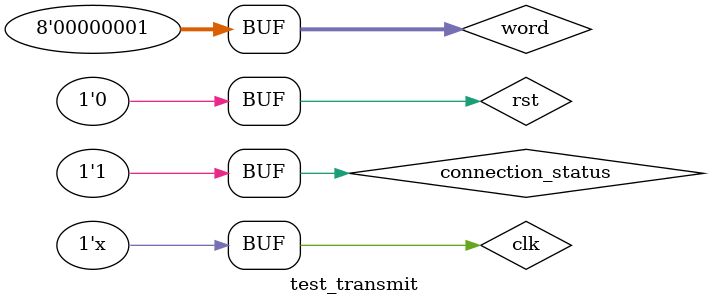
<source format=v>
`timescale 1ns / 1ps

module test_transmit;

    reg [7:0] word;
    reg clk;
    reg rst;
	 reg connection_status;

    wire txd;

    transmit uut (
        .word(word), 
        .clk(clk), 
        .rst(rst), 
		  .connection_status(connection_status),
        .txd(txd)
    );

    initial begin
        word = 129;
        clk = 0;
        rst = 0;
		  connection_status = 1;
    end
    
	 
	 
    always begin
        # 1 clk = ~clk;
   end
    
    always begin
        # 9 word = 1;
   end
endmodule


</source>
